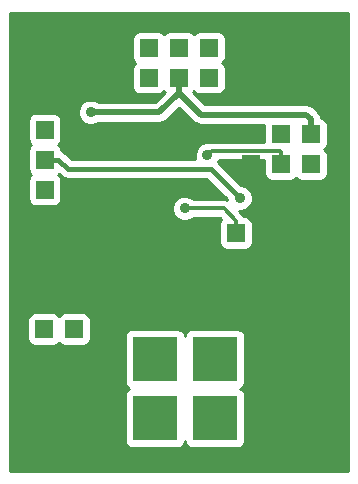
<source format=gbr>
G04 This is an RS-274x file exported by *
G04 gerbv version 2.6.1 *
G04 More information is available about gerbv at *
G04 http://gerbv.geda-project.org/ *
G04 --End of header info--*
%MOIN*%
%FSLAX34Y34*%
%IPPOS*%
G04 --Define apertures--*
%ADD10C,0.0118*%
%ADD11R,0.0600X0.0600*%
%ADD12C,0.2362*%
%ADD13R,0.1500X0.1500*%
%ADD14C,0.0350*%
%ADD15C,0.0197*%
%ADD16C,0.0157*%
%ADD17C,0.0100*%
G04 --Start main section--*
G54D11*
G01X0001500Y0006100D03*
G01X0002500Y0006100D03*
G01X0001500Y0005100D03*
G01X0002500Y0005100D03*
G01X0001500Y0004100D03*
G01X0002500Y0004100D03*
G01X0008900Y0008300D03*
G01X0007900Y0008300D03*
G01X0010400Y0010600D03*
G01X0009400Y0010600D03*
G01X0010400Y0011600D03*
G01X0009400Y0011600D03*
G01X0008000Y0014475D03*
G01X0008000Y0013475D03*
G01X0007000Y0014475D03*
G01X0007000Y0013475D03*
G01X0006000Y0014475D03*
G01X0006000Y0013475D03*
G01X0005000Y0014475D03*
G01X0005000Y0013475D03*
G01X0004000Y0014475D03*
G01X0004000Y0013475D03*
G54D12*
G01X0002000Y0014000D03*
G01X0010000Y0002000D03*
G01X0010000Y0014000D03*
G01X0002000Y0002000D03*
G54D13*
G01X0007200Y0002131D03*
G01X0007200Y0004100D03*
G01X0005200Y0002131D03*
G01X0005200Y0004100D03*
G54D11*
G01X0001525Y0009750D03*
G01X0001525Y0010750D03*
G01X0001525Y0011750D03*
G01X0008400Y0010600D03*
G01X0008400Y0011600D03*
G54D14*
G01X0003054Y0012327D03*
G01X0006200Y0009125D03*
G01X0006950Y0010900D03*
G01X0008032Y0009465D03*
G54D15*
G01X0010400Y0012097D02*
G01X0010400Y0011600D01*
G01X0010400Y0012097D02*
G01X0010247Y0012250D01*
G01X0006728Y0012250D02*
G01X0006460Y0012518D01*
G01X0010247Y0012250D02*
G01X0006728Y0012250D01*
G01X0006000Y0012978D02*
G01X0006460Y0012518D01*
G01X0006000Y0013475D02*
G01X0006000Y0012978D01*
G01X0006000Y0012978D02*
G01X0005349Y0012327D01*
G01X0004944Y0012327D02*
G01X0003054Y0012327D01*
G01X0005349Y0012327D02*
G01X0004944Y0012327D01*
G54D10*
G01X0006200Y0009125D02*
G01X0007493Y0009125D01*
G01X0007493Y0009125D02*
G01X0007900Y0008718D01*
G01X0007900Y0008718D02*
G01X0007900Y0008300D01*
G01X0009400Y0010600D02*
G01X0009400Y0011018D01*
G01X0009400Y0011018D02*
G01X0009380Y0011038D01*
G01X0009380Y0011038D02*
G01X0007088Y0011038D01*
G01X0007088Y0011038D02*
G01X0006950Y0010900D01*
G54D16*
G01X0001525Y0010750D02*
G01X0001982Y0010750D01*
G01X0001982Y0010750D02*
G01X0002290Y0010443D01*
G01X0002290Y0010443D02*
G01X0003345Y0010443D01*
G01X0003345Y0010443D02*
G01X0007055Y0010443D01*
G01X0007055Y0010443D02*
G01X0008032Y0009465D01*
G54D17*
G36*
G01X0011630Y0000370D02*
G01X0010955Y0000370D01*
G01X0010955Y0010300D01*
G01X0010955Y0010900D01*
G01X0010936Y0010995D01*
G01X0010881Y0011079D01*
G01X0010851Y0011100D01*
G01X0010879Y0011119D01*
G01X0010935Y0011202D01*
G01X0010955Y0011300D01*
G01X0010955Y0011900D01*
G01X0010936Y0011995D01*
G01X0010881Y0012079D01*
G01X0010798Y0012135D01*
G01X0010738Y0012147D01*
G01X0010722Y0012230D01*
G01X0010646Y0012343D01*
G01X0010646Y0012343D01*
G01X0010493Y0012496D01*
G01X0010380Y0012572D01*
G01X0010358Y0012576D01*
G01X0010247Y0012598D01*
G01X0010247Y0012598D01*
G01X0006872Y0012598D01*
G01X0006707Y0012764D01*
G01X0006707Y0012764D01*
G01X0006478Y0012993D01*
G01X0006479Y0012994D01*
G01X0006500Y0013024D01*
G01X0006519Y0012996D01*
G01X0006602Y0012940D01*
G01X0006700Y0012920D01*
G01X0007300Y0012920D01*
G01X0007395Y0012939D01*
G01X0007479Y0012994D01*
G01X0007535Y0013077D01*
G01X0007555Y0013175D01*
G01X0007555Y0013775D01*
G01X0007536Y0013870D01*
G01X0007481Y0013954D01*
G01X0007451Y0013975D01*
G01X0007479Y0013994D01*
G01X0007535Y0014077D01*
G01X0007555Y0014175D01*
G01X0007555Y0014775D01*
G01X0007536Y0014870D01*
G01X0007481Y0014954D01*
G01X0007398Y0015010D01*
G01X0007300Y0015030D01*
G01X0006700Y0015030D01*
G01X0006605Y0015011D01*
G01X0006521Y0014956D01*
G01X0006500Y0014926D01*
G01X0006481Y0014954D01*
G01X0006398Y0015010D01*
G01X0006300Y0015030D01*
G01X0005700Y0015030D01*
G01X0005605Y0015011D01*
G01X0005521Y0014956D01*
G01X0005500Y0014926D01*
G01X0005481Y0014954D01*
G01X0005398Y0015010D01*
G01X0005300Y0015030D01*
G01X0004700Y0015030D01*
G01X0004605Y0015011D01*
G01X0004521Y0014956D01*
G01X0004465Y0014873D01*
G01X0004445Y0014775D01*
G01X0004445Y0014175D01*
G01X0004464Y0014080D01*
G01X0004519Y0013996D01*
G01X0004549Y0013975D01*
G01X0004521Y0013956D01*
G01X0004465Y0013873D01*
G01X0004445Y0013775D01*
G01X0004445Y0013175D01*
G01X0004464Y0013080D01*
G01X0004519Y0012996D01*
G01X0004602Y0012940D01*
G01X0004700Y0012920D01*
G01X0005300Y0012920D01*
G01X0005395Y0012939D01*
G01X0005479Y0012994D01*
G01X0005500Y0013024D01*
G01X0005519Y0012996D01*
G01X0005522Y0012993D01*
G01X0005204Y0012675D01*
G01X0004944Y0012675D01*
G01X0003307Y0012675D01*
G01X0003295Y0012687D01*
G01X0003139Y0012752D01*
G01X0002970Y0012752D01*
G01X0002814Y0012687D01*
G01X0002694Y0012568D01*
G01X0002629Y0012412D01*
G01X0002629Y0012243D01*
G01X0002694Y0012086D01*
G01X0002813Y0011967D01*
G01X0002969Y0011902D01*
G01X0003138Y0011902D01*
G01X0003295Y0011966D01*
G01X0003307Y0011978D01*
G01X0004944Y0011978D01*
G01X0005349Y0011978D01*
G01X0005349Y0011978D01*
G01X0005349Y0011978D01*
G01X0005460Y0012000D01*
G01X0005482Y0012005D01*
G01X0005482Y0012005D01*
G01X0005595Y0012080D01*
G01X0006000Y0012485D01*
G01X0006214Y0012271D01*
G01X0006214Y0012271D01*
G01X0006482Y0012004D01*
G01X0006482Y0012004D01*
G01X0006482Y0012004D01*
G01X0006557Y0011953D01*
G01X0006595Y0011928D01*
G01X0006595Y0011928D01*
G01X0006728Y0011902D01*
G01X0006728Y0011902D01*
G01X0006728Y0011902D01*
G01X0008845Y0011902D01*
G01X0008845Y0011900D01*
G01X0008845Y0011347D01*
G01X0007088Y0011347D01*
G01X0006978Y0011325D01*
G01X0006978Y0011325D01*
G01X0006866Y0011325D01*
G01X0006710Y0011261D01*
G01X0006590Y0011141D01*
G01X0006525Y0010985D01*
G01X0006525Y0010816D01*
G01X0006543Y0010771D01*
G01X0003345Y0010771D01*
G01X0002426Y0010771D01*
G01X0002215Y0010982D01*
G01X0002108Y0011054D01*
G01X0002078Y0011060D01*
G01X0002061Y0011145D01*
G01X0002006Y0011229D01*
G01X0001976Y0011250D01*
G01X0002004Y0011269D01*
G01X0002060Y0011352D01*
G01X0002080Y0011450D01*
G01X0002080Y0012050D01*
G01X0002061Y0012145D01*
G01X0002006Y0012229D01*
G01X0001923Y0012285D01*
G01X0001825Y0012305D01*
G01X0001225Y0012305D01*
G01X0001130Y0012286D01*
G01X0001046Y0012231D01*
G01X0000990Y0012148D01*
G01X0000970Y0012050D01*
G01X0000970Y0011450D01*
G01X0000989Y0011355D01*
G01X0001044Y0011271D01*
G01X0001074Y0011250D01*
G01X0001046Y0011231D01*
G01X0000990Y0011148D01*
G01X0000970Y0011050D01*
G01X0000970Y0010450D01*
G01X0000989Y0010355D01*
G01X0001044Y0010271D01*
G01X0001074Y0010250D01*
G01X0001046Y0010231D01*
G01X0000990Y0010148D01*
G01X0000970Y0010050D01*
G01X0000970Y0009450D01*
G01X0000989Y0009355D01*
G01X0001044Y0009271D01*
G01X0001127Y0009215D01*
G01X0001225Y0009195D01*
G01X0001825Y0009195D01*
G01X0001920Y0009214D01*
G01X0002004Y0009269D01*
G01X0002060Y0009352D01*
G01X0002080Y0009450D01*
G01X0002080Y0010050D01*
G01X0002061Y0010145D01*
G01X0002006Y0010229D01*
G01X0001976Y0010250D01*
G01X0002001Y0010267D01*
G01X0002058Y0010210D01*
G01X0002164Y0010139D01*
G01X0002164Y0010139D01*
G01X0002290Y0010114D01*
G01X0003345Y0010114D01*
G01X0006919Y0010114D01*
G01X0007607Y0009425D01*
G01X0007607Y0009411D01*
G01X0007493Y0009434D01*
G01X0006492Y0009434D01*
G01X0006441Y0009485D01*
G01X0006285Y0009550D01*
G01X0006116Y0009550D01*
G01X0005960Y0009486D01*
G01X0005840Y0009366D01*
G01X0005775Y0009210D01*
G01X0005775Y0009041D01*
G01X0005839Y0008885D01*
G01X0005959Y0008765D01*
G01X0006115Y0008700D01*
G01X0006284Y0008700D01*
G01X0006440Y0008764D01*
G01X0006492Y0008816D01*
G01X0007365Y0008816D01*
G01X0007412Y0008769D01*
G01X0007365Y0008698D01*
G01X0007345Y0008600D01*
G01X0007345Y0008000D01*
G01X0007364Y0007905D01*
G01X0007419Y0007821D01*
G01X0007502Y0007765D01*
G01X0007600Y0007745D01*
G01X0008200Y0007745D01*
G01X0008295Y0007764D01*
G01X0008379Y0007819D01*
G01X0008435Y0007902D01*
G01X0008455Y0008000D01*
G01X0008455Y0008600D01*
G01X0008436Y0008695D01*
G01X0008381Y0008779D01*
G01X0008298Y0008835D01*
G01X0008200Y0008855D01*
G01X0008173Y0008855D01*
G01X0008119Y0008937D01*
G01X0008015Y0009040D01*
G01X0008117Y0009040D01*
G01X0008273Y0009105D01*
G01X0008392Y0009224D01*
G01X0008457Y0009380D01*
G01X0008457Y0009549D01*
G01X0008393Y0009706D01*
G01X0008273Y0009825D01*
G01X0008117Y0009890D01*
G01X0008072Y0009890D01*
G01X0007307Y0010656D01*
G01X0007310Y0010659D01*
G01X0007339Y0010729D01*
G01X0008845Y0010729D01*
G01X0008845Y0010300D01*
G01X0008864Y0010205D01*
G01X0008919Y0010121D01*
G01X0009002Y0010065D01*
G01X0009100Y0010045D01*
G01X0009700Y0010045D01*
G01X0009795Y0010064D01*
G01X0009879Y0010119D01*
G01X0009900Y0010149D01*
G01X0009919Y0010121D01*
G01X0010002Y0010065D01*
G01X0010100Y0010045D01*
G01X0010700Y0010045D01*
G01X0010795Y0010064D01*
G01X0010879Y0010119D01*
G01X0010935Y0010202D01*
G01X0010955Y0010300D01*
G01X0010955Y0000370D01*
G01X0008205Y0000370D01*
G01X0008205Y0001381D01*
G01X0008205Y0002881D01*
G01X0008186Y0002977D01*
G01X0008131Y0003061D01*
G01X0008049Y0003116D01*
G01X0008129Y0003169D01*
G01X0008185Y0003252D01*
G01X0008205Y0003350D01*
G01X0008205Y0004850D01*
G01X0008186Y0004945D01*
G01X0008131Y0005029D01*
G01X0008048Y0005085D01*
G01X0007950Y0005105D01*
G01X0006450Y0005105D01*
G01X0006355Y0005086D01*
G01X0006271Y0005031D01*
G01X0006215Y0004948D01*
G01X0006200Y0004875D01*
G01X0006186Y0004945D01*
G01X0006131Y0005029D01*
G01X0006048Y0005085D01*
G01X0005950Y0005105D01*
G01X0004450Y0005105D01*
G01X0004355Y0005086D01*
G01X0004271Y0005031D01*
G01X0004215Y0004948D01*
G01X0004195Y0004850D01*
G01X0004195Y0003350D01*
G01X0004214Y0003255D01*
G01X0004269Y0003171D01*
G01X0004351Y0003115D01*
G01X0004271Y0003063D01*
G01X0004215Y0002980D01*
G01X0004195Y0002881D01*
G01X0004195Y0001381D01*
G01X0004214Y0001286D01*
G01X0004269Y0001202D01*
G01X0004352Y0001146D01*
G01X0004450Y0001127D01*
G01X0005950Y0001127D01*
G01X0006045Y0001145D01*
G01X0006129Y0001200D01*
G01X0006185Y0001283D01*
G01X0006200Y0001357D01*
G01X0006214Y0001286D01*
G01X0006269Y0001202D01*
G01X0006352Y0001146D01*
G01X0006450Y0001127D01*
G01X0007950Y0001127D01*
G01X0008045Y0001145D01*
G01X0008129Y0001200D01*
G01X0008185Y0001283D01*
G01X0008205Y0001381D01*
G01X0008205Y0000370D01*
G01X0003055Y0000370D01*
G01X0003055Y0004800D01*
G01X0003055Y0005400D01*
G01X0003036Y0005495D01*
G01X0002981Y0005579D01*
G01X0002898Y0005635D01*
G01X0002800Y0005655D01*
G01X0002200Y0005655D01*
G01X0002105Y0005636D01*
G01X0002021Y0005581D01*
G01X0002000Y0005551D01*
G01X0001981Y0005579D01*
G01X0001898Y0005635D01*
G01X0001800Y0005655D01*
G01X0001200Y0005655D01*
G01X0001105Y0005636D01*
G01X0001021Y0005581D01*
G01X0000965Y0005498D01*
G01X0000945Y0005400D01*
G01X0000945Y0004800D01*
G01X0000964Y0004705D01*
G01X0001019Y0004621D01*
G01X0001102Y0004565D01*
G01X0001200Y0004545D01*
G01X0001800Y0004545D01*
G01X0001895Y0004564D01*
G01X0001979Y0004619D01*
G01X0002000Y0004649D01*
G01X0002019Y0004621D01*
G01X0002102Y0004565D01*
G01X0002200Y0004545D01*
G01X0002800Y0004545D01*
G01X0002895Y0004564D01*
G01X0002979Y0004619D01*
G01X0003035Y0004702D01*
G01X0003055Y0004800D01*
G01X0003055Y0000370D01*
G01X0000370Y0000370D01*
G01X0000370Y0015630D01*
G01X0011630Y0015630D01*
G01X0011630Y0000370D01*
G01X0011630Y0000370D01*
G37*
G01X0011630Y0000370D02*
G01X0010955Y0000370D01*
G01X0010955Y0000370D02*
G01X0010955Y0010300D01*
G01X0010955Y0010300D02*
G01X0010955Y0010900D01*
G01X0010955Y0010900D02*
G01X0010936Y0010995D01*
G01X0010936Y0010995D02*
G01X0010881Y0011079D01*
G01X0010881Y0011079D02*
G01X0010851Y0011100D01*
G01X0010851Y0011100D02*
G01X0010879Y0011119D01*
G01X0010879Y0011119D02*
G01X0010935Y0011202D01*
G01X0010935Y0011202D02*
G01X0010955Y0011300D01*
G01X0010955Y0011300D02*
G01X0010955Y0011900D01*
G01X0010955Y0011900D02*
G01X0010936Y0011995D01*
G01X0010936Y0011995D02*
G01X0010881Y0012079D01*
G01X0010881Y0012079D02*
G01X0010798Y0012135D01*
G01X0010798Y0012135D02*
G01X0010738Y0012147D01*
G01X0010738Y0012147D02*
G01X0010722Y0012230D01*
G01X0010722Y0012230D02*
G01X0010646Y0012343D01*
G01X0010646Y0012343D02*
G01X0010646Y0012343D01*
G01X0010646Y0012343D02*
G01X0010493Y0012496D01*
G01X0010493Y0012496D02*
G01X0010380Y0012572D01*
G01X0010380Y0012572D02*
G01X0010358Y0012576D01*
G01X0010358Y0012576D02*
G01X0010247Y0012598D01*
G01X0010247Y0012598D02*
G01X0010247Y0012598D01*
G01X0010247Y0012598D02*
G01X0006872Y0012598D01*
G01X0006872Y0012598D02*
G01X0006707Y0012764D01*
G01X0006707Y0012764D02*
G01X0006707Y0012764D01*
G01X0006707Y0012764D02*
G01X0006478Y0012993D01*
G01X0006478Y0012993D02*
G01X0006479Y0012994D01*
G01X0006479Y0012994D02*
G01X0006500Y0013024D01*
G01X0006500Y0013024D02*
G01X0006519Y0012996D01*
G01X0006519Y0012996D02*
G01X0006602Y0012940D01*
G01X0006602Y0012940D02*
G01X0006700Y0012920D01*
G01X0006700Y0012920D02*
G01X0007300Y0012920D01*
G01X0007300Y0012920D02*
G01X0007395Y0012939D01*
G01X0007395Y0012939D02*
G01X0007479Y0012994D01*
G01X0007479Y0012994D02*
G01X0007535Y0013077D01*
G01X0007535Y0013077D02*
G01X0007555Y0013175D01*
G01X0007555Y0013175D02*
G01X0007555Y0013775D01*
G01X0007555Y0013775D02*
G01X0007536Y0013870D01*
G01X0007536Y0013870D02*
G01X0007481Y0013954D01*
G01X0007481Y0013954D02*
G01X0007451Y0013975D01*
G01X0007451Y0013975D02*
G01X0007479Y0013994D01*
G01X0007479Y0013994D02*
G01X0007535Y0014077D01*
G01X0007535Y0014077D02*
G01X0007555Y0014175D01*
G01X0007555Y0014175D02*
G01X0007555Y0014775D01*
G01X0007555Y0014775D02*
G01X0007536Y0014870D01*
G01X0007536Y0014870D02*
G01X0007481Y0014954D01*
G01X0007481Y0014954D02*
G01X0007398Y0015010D01*
G01X0007398Y0015010D02*
G01X0007300Y0015030D01*
G01X0007300Y0015030D02*
G01X0006700Y0015030D01*
G01X0006700Y0015030D02*
G01X0006605Y0015011D01*
G01X0006605Y0015011D02*
G01X0006521Y0014956D01*
G01X0006521Y0014956D02*
G01X0006500Y0014926D01*
G01X0006500Y0014926D02*
G01X0006481Y0014954D01*
G01X0006481Y0014954D02*
G01X0006398Y0015010D01*
G01X0006398Y0015010D02*
G01X0006300Y0015030D01*
G01X0006300Y0015030D02*
G01X0005700Y0015030D01*
G01X0005700Y0015030D02*
G01X0005605Y0015011D01*
G01X0005605Y0015011D02*
G01X0005521Y0014956D01*
G01X0005521Y0014956D02*
G01X0005500Y0014926D01*
G01X0005500Y0014926D02*
G01X0005481Y0014954D01*
G01X0005481Y0014954D02*
G01X0005398Y0015010D01*
G01X0005398Y0015010D02*
G01X0005300Y0015030D01*
G01X0005300Y0015030D02*
G01X0004700Y0015030D01*
G01X0004700Y0015030D02*
G01X0004605Y0015011D01*
G01X0004605Y0015011D02*
G01X0004521Y0014956D01*
G01X0004521Y0014956D02*
G01X0004465Y0014873D01*
G01X0004465Y0014873D02*
G01X0004445Y0014775D01*
G01X0004445Y0014775D02*
G01X0004445Y0014175D01*
G01X0004445Y0014175D02*
G01X0004464Y0014080D01*
G01X0004464Y0014080D02*
G01X0004519Y0013996D01*
G01X0004519Y0013996D02*
G01X0004549Y0013975D01*
G01X0004549Y0013975D02*
G01X0004521Y0013956D01*
G01X0004521Y0013956D02*
G01X0004465Y0013873D01*
G01X0004465Y0013873D02*
G01X0004445Y0013775D01*
G01X0004445Y0013775D02*
G01X0004445Y0013175D01*
G01X0004445Y0013175D02*
G01X0004464Y0013080D01*
G01X0004464Y0013080D02*
G01X0004519Y0012996D01*
G01X0004519Y0012996D02*
G01X0004602Y0012940D01*
G01X0004602Y0012940D02*
G01X0004700Y0012920D01*
G01X0004700Y0012920D02*
G01X0005300Y0012920D01*
G01X0005300Y0012920D02*
G01X0005395Y0012939D01*
G01X0005395Y0012939D02*
G01X0005479Y0012994D01*
G01X0005479Y0012994D02*
G01X0005500Y0013024D01*
G01X0005500Y0013024D02*
G01X0005519Y0012996D01*
G01X0005519Y0012996D02*
G01X0005522Y0012993D01*
G01X0005522Y0012993D02*
G01X0005204Y0012675D01*
G01X0005204Y0012675D02*
G01X0004944Y0012675D01*
G01X0004944Y0012675D02*
G01X0003307Y0012675D01*
G01X0003307Y0012675D02*
G01X0003295Y0012687D01*
G01X0003295Y0012687D02*
G01X0003139Y0012752D01*
G01X0003139Y0012752D02*
G01X0002970Y0012752D01*
G01X0002970Y0012752D02*
G01X0002814Y0012687D01*
G01X0002814Y0012687D02*
G01X0002694Y0012568D01*
G01X0002694Y0012568D02*
G01X0002629Y0012412D01*
G01X0002629Y0012412D02*
G01X0002629Y0012243D01*
G01X0002629Y0012243D02*
G01X0002694Y0012086D01*
G01X0002694Y0012086D02*
G01X0002813Y0011967D01*
G01X0002813Y0011967D02*
G01X0002969Y0011902D01*
G01X0002969Y0011902D02*
G01X0003138Y0011902D01*
G01X0003138Y0011902D02*
G01X0003295Y0011966D01*
G01X0003295Y0011966D02*
G01X0003307Y0011978D01*
G01X0003307Y0011978D02*
G01X0004944Y0011978D01*
G01X0004944Y0011978D02*
G01X0005349Y0011978D01*
G01X0005349Y0011978D02*
G01X0005349Y0011978D01*
G01X0005349Y0011978D02*
G01X0005349Y0011978D01*
G01X0005349Y0011978D02*
G01X0005460Y0012000D01*
G01X0005460Y0012000D02*
G01X0005482Y0012005D01*
G01X0005482Y0012005D02*
G01X0005482Y0012005D01*
G01X0005482Y0012005D02*
G01X0005595Y0012080D01*
G01X0005595Y0012080D02*
G01X0006000Y0012485D01*
G01X0006000Y0012485D02*
G01X0006214Y0012271D01*
G01X0006214Y0012271D02*
G01X0006214Y0012271D01*
G01X0006214Y0012271D02*
G01X0006482Y0012004D01*
G01X0006482Y0012004D02*
G01X0006482Y0012004D01*
G01X0006482Y0012004D02*
G01X0006482Y0012004D01*
G01X0006482Y0012004D02*
G01X0006557Y0011953D01*
G01X0006557Y0011953D02*
G01X0006595Y0011928D01*
G01X0006595Y0011928D02*
G01X0006595Y0011928D01*
G01X0006595Y0011928D02*
G01X0006728Y0011902D01*
G01X0006728Y0011902D02*
G01X0006728Y0011902D01*
G01X0006728Y0011902D02*
G01X0006728Y0011902D01*
G01X0006728Y0011902D02*
G01X0008845Y0011902D01*
G01X0008845Y0011902D02*
G01X0008845Y0011900D01*
G01X0008845Y0011900D02*
G01X0008845Y0011347D01*
G01X0008845Y0011347D02*
G01X0007088Y0011347D01*
G01X0007088Y0011347D02*
G01X0006978Y0011325D01*
G01X0006978Y0011325D02*
G01X0006978Y0011325D01*
G01X0006978Y0011325D02*
G01X0006866Y0011325D01*
G01X0006866Y0011325D02*
G01X0006710Y0011261D01*
G01X0006710Y0011261D02*
G01X0006590Y0011141D01*
G01X0006590Y0011141D02*
G01X0006525Y0010985D01*
G01X0006525Y0010985D02*
G01X0006525Y0010816D01*
G01X0006525Y0010816D02*
G01X0006543Y0010771D01*
G01X0006543Y0010771D02*
G01X0003345Y0010771D01*
G01X0003345Y0010771D02*
G01X0002426Y0010771D01*
G01X0002426Y0010771D02*
G01X0002215Y0010982D01*
G01X0002215Y0010982D02*
G01X0002108Y0011054D01*
G01X0002108Y0011054D02*
G01X0002078Y0011060D01*
G01X0002078Y0011060D02*
G01X0002061Y0011145D01*
G01X0002061Y0011145D02*
G01X0002006Y0011229D01*
G01X0002006Y0011229D02*
G01X0001976Y0011250D01*
G01X0001976Y0011250D02*
G01X0002004Y0011269D01*
G01X0002004Y0011269D02*
G01X0002060Y0011352D01*
G01X0002060Y0011352D02*
G01X0002080Y0011450D01*
G01X0002080Y0011450D02*
G01X0002080Y0012050D01*
G01X0002080Y0012050D02*
G01X0002061Y0012145D01*
G01X0002061Y0012145D02*
G01X0002006Y0012229D01*
G01X0002006Y0012229D02*
G01X0001923Y0012285D01*
G01X0001923Y0012285D02*
G01X0001825Y0012305D01*
G01X0001825Y0012305D02*
G01X0001225Y0012305D01*
G01X0001225Y0012305D02*
G01X0001130Y0012286D01*
G01X0001130Y0012286D02*
G01X0001046Y0012231D01*
G01X0001046Y0012231D02*
G01X0000990Y0012148D01*
G01X0000990Y0012148D02*
G01X0000970Y0012050D01*
G01X0000970Y0012050D02*
G01X0000970Y0011450D01*
G01X0000970Y0011450D02*
G01X0000989Y0011355D01*
G01X0000989Y0011355D02*
G01X0001044Y0011271D01*
G01X0001044Y0011271D02*
G01X0001074Y0011250D01*
G01X0001074Y0011250D02*
G01X0001046Y0011231D01*
G01X0001046Y0011231D02*
G01X0000990Y0011148D01*
G01X0000990Y0011148D02*
G01X0000970Y0011050D01*
G01X0000970Y0011050D02*
G01X0000970Y0010450D01*
G01X0000970Y0010450D02*
G01X0000989Y0010355D01*
G01X0000989Y0010355D02*
G01X0001044Y0010271D01*
G01X0001044Y0010271D02*
G01X0001074Y0010250D01*
G01X0001074Y0010250D02*
G01X0001046Y0010231D01*
G01X0001046Y0010231D02*
G01X0000990Y0010148D01*
G01X0000990Y0010148D02*
G01X0000970Y0010050D01*
G01X0000970Y0010050D02*
G01X0000970Y0009450D01*
G01X0000970Y0009450D02*
G01X0000989Y0009355D01*
G01X0000989Y0009355D02*
G01X0001044Y0009271D01*
G01X0001044Y0009271D02*
G01X0001127Y0009215D01*
G01X0001127Y0009215D02*
G01X0001225Y0009195D01*
G01X0001225Y0009195D02*
G01X0001825Y0009195D01*
G01X0001825Y0009195D02*
G01X0001920Y0009214D01*
G01X0001920Y0009214D02*
G01X0002004Y0009269D01*
G01X0002004Y0009269D02*
G01X0002060Y0009352D01*
G01X0002060Y0009352D02*
G01X0002080Y0009450D01*
G01X0002080Y0009450D02*
G01X0002080Y0010050D01*
G01X0002080Y0010050D02*
G01X0002061Y0010145D01*
G01X0002061Y0010145D02*
G01X0002006Y0010229D01*
G01X0002006Y0010229D02*
G01X0001976Y0010250D01*
G01X0001976Y0010250D02*
G01X0002001Y0010267D01*
G01X0002001Y0010267D02*
G01X0002058Y0010210D01*
G01X0002058Y0010210D02*
G01X0002164Y0010139D01*
G01X0002164Y0010139D02*
G01X0002164Y0010139D01*
G01X0002164Y0010139D02*
G01X0002290Y0010114D01*
G01X0002290Y0010114D02*
G01X0003345Y0010114D01*
G01X0003345Y0010114D02*
G01X0006919Y0010114D01*
G01X0006919Y0010114D02*
G01X0007607Y0009425D01*
G01X0007607Y0009425D02*
G01X0007607Y0009411D01*
G01X0007607Y0009411D02*
G01X0007493Y0009434D01*
G01X0007493Y0009434D02*
G01X0006492Y0009434D01*
G01X0006492Y0009434D02*
G01X0006441Y0009485D01*
G01X0006441Y0009485D02*
G01X0006285Y0009550D01*
G01X0006285Y0009550D02*
G01X0006116Y0009550D01*
G01X0006116Y0009550D02*
G01X0005960Y0009486D01*
G01X0005960Y0009486D02*
G01X0005840Y0009366D01*
G01X0005840Y0009366D02*
G01X0005775Y0009210D01*
G01X0005775Y0009210D02*
G01X0005775Y0009041D01*
G01X0005775Y0009041D02*
G01X0005839Y0008885D01*
G01X0005839Y0008885D02*
G01X0005959Y0008765D01*
G01X0005959Y0008765D02*
G01X0006115Y0008700D01*
G01X0006115Y0008700D02*
G01X0006284Y0008700D01*
G01X0006284Y0008700D02*
G01X0006440Y0008764D01*
G01X0006440Y0008764D02*
G01X0006492Y0008816D01*
G01X0006492Y0008816D02*
G01X0007365Y0008816D01*
G01X0007365Y0008816D02*
G01X0007412Y0008769D01*
G01X0007412Y0008769D02*
G01X0007365Y0008698D01*
G01X0007365Y0008698D02*
G01X0007345Y0008600D01*
G01X0007345Y0008600D02*
G01X0007345Y0008000D01*
G01X0007345Y0008000D02*
G01X0007364Y0007905D01*
G01X0007364Y0007905D02*
G01X0007419Y0007821D01*
G01X0007419Y0007821D02*
G01X0007502Y0007765D01*
G01X0007502Y0007765D02*
G01X0007600Y0007745D01*
G01X0007600Y0007745D02*
G01X0008200Y0007745D01*
G01X0008200Y0007745D02*
G01X0008295Y0007764D01*
G01X0008295Y0007764D02*
G01X0008379Y0007819D01*
G01X0008379Y0007819D02*
G01X0008435Y0007902D01*
G01X0008435Y0007902D02*
G01X0008455Y0008000D01*
G01X0008455Y0008000D02*
G01X0008455Y0008600D01*
G01X0008455Y0008600D02*
G01X0008436Y0008695D01*
G01X0008436Y0008695D02*
G01X0008381Y0008779D01*
G01X0008381Y0008779D02*
G01X0008298Y0008835D01*
G01X0008298Y0008835D02*
G01X0008200Y0008855D01*
G01X0008200Y0008855D02*
G01X0008173Y0008855D01*
G01X0008173Y0008855D02*
G01X0008119Y0008937D01*
G01X0008119Y0008937D02*
G01X0008015Y0009040D01*
G01X0008015Y0009040D02*
G01X0008117Y0009040D01*
G01X0008117Y0009040D02*
G01X0008273Y0009105D01*
G01X0008273Y0009105D02*
G01X0008392Y0009224D01*
G01X0008392Y0009224D02*
G01X0008457Y0009380D01*
G01X0008457Y0009380D02*
G01X0008457Y0009549D01*
G01X0008457Y0009549D02*
G01X0008393Y0009706D01*
G01X0008393Y0009706D02*
G01X0008273Y0009825D01*
G01X0008273Y0009825D02*
G01X0008117Y0009890D01*
G01X0008117Y0009890D02*
G01X0008072Y0009890D01*
G01X0008072Y0009890D02*
G01X0007307Y0010656D01*
G01X0007307Y0010656D02*
G01X0007310Y0010659D01*
G01X0007310Y0010659D02*
G01X0007339Y0010729D01*
G01X0007339Y0010729D02*
G01X0008845Y0010729D01*
G01X0008845Y0010729D02*
G01X0008845Y0010300D01*
G01X0008845Y0010300D02*
G01X0008864Y0010205D01*
G01X0008864Y0010205D02*
G01X0008919Y0010121D01*
G01X0008919Y0010121D02*
G01X0009002Y0010065D01*
G01X0009002Y0010065D02*
G01X0009100Y0010045D01*
G01X0009100Y0010045D02*
G01X0009700Y0010045D01*
G01X0009700Y0010045D02*
G01X0009795Y0010064D01*
G01X0009795Y0010064D02*
G01X0009879Y0010119D01*
G01X0009879Y0010119D02*
G01X0009900Y0010149D01*
G01X0009900Y0010149D02*
G01X0009919Y0010121D01*
G01X0009919Y0010121D02*
G01X0010002Y0010065D01*
G01X0010002Y0010065D02*
G01X0010100Y0010045D01*
G01X0010100Y0010045D02*
G01X0010700Y0010045D01*
G01X0010700Y0010045D02*
G01X0010795Y0010064D01*
G01X0010795Y0010064D02*
G01X0010879Y0010119D01*
G01X0010879Y0010119D02*
G01X0010935Y0010202D01*
G01X0010935Y0010202D02*
G01X0010955Y0010300D01*
G01X0010955Y0010300D02*
G01X0010955Y0000370D01*
G01X0010955Y0000370D02*
G01X0008205Y0000370D01*
G01X0008205Y0000370D02*
G01X0008205Y0001381D01*
G01X0008205Y0001381D02*
G01X0008205Y0002881D01*
G01X0008205Y0002881D02*
G01X0008186Y0002977D01*
G01X0008186Y0002977D02*
G01X0008131Y0003061D01*
G01X0008131Y0003061D02*
G01X0008049Y0003116D01*
G01X0008049Y0003116D02*
G01X0008129Y0003169D01*
G01X0008129Y0003169D02*
G01X0008185Y0003252D01*
G01X0008185Y0003252D02*
G01X0008205Y0003350D01*
G01X0008205Y0003350D02*
G01X0008205Y0004850D01*
G01X0008205Y0004850D02*
G01X0008186Y0004945D01*
G01X0008186Y0004945D02*
G01X0008131Y0005029D01*
G01X0008131Y0005029D02*
G01X0008048Y0005085D01*
G01X0008048Y0005085D02*
G01X0007950Y0005105D01*
G01X0007950Y0005105D02*
G01X0006450Y0005105D01*
G01X0006450Y0005105D02*
G01X0006355Y0005086D01*
G01X0006355Y0005086D02*
G01X0006271Y0005031D01*
G01X0006271Y0005031D02*
G01X0006215Y0004948D01*
G01X0006215Y0004948D02*
G01X0006200Y0004875D01*
G01X0006200Y0004875D02*
G01X0006186Y0004945D01*
G01X0006186Y0004945D02*
G01X0006131Y0005029D01*
G01X0006131Y0005029D02*
G01X0006048Y0005085D01*
G01X0006048Y0005085D02*
G01X0005950Y0005105D01*
G01X0005950Y0005105D02*
G01X0004450Y0005105D01*
G01X0004450Y0005105D02*
G01X0004355Y0005086D01*
G01X0004355Y0005086D02*
G01X0004271Y0005031D01*
G01X0004271Y0005031D02*
G01X0004215Y0004948D01*
G01X0004215Y0004948D02*
G01X0004195Y0004850D01*
G01X0004195Y0004850D02*
G01X0004195Y0003350D01*
G01X0004195Y0003350D02*
G01X0004214Y0003255D01*
G01X0004214Y0003255D02*
G01X0004269Y0003171D01*
G01X0004269Y0003171D02*
G01X0004351Y0003115D01*
G01X0004351Y0003115D02*
G01X0004271Y0003063D01*
G01X0004271Y0003063D02*
G01X0004215Y0002980D01*
G01X0004215Y0002980D02*
G01X0004195Y0002881D01*
G01X0004195Y0002881D02*
G01X0004195Y0001381D01*
G01X0004195Y0001381D02*
G01X0004214Y0001286D01*
G01X0004214Y0001286D02*
G01X0004269Y0001202D01*
G01X0004269Y0001202D02*
G01X0004352Y0001146D01*
G01X0004352Y0001146D02*
G01X0004450Y0001127D01*
G01X0004450Y0001127D02*
G01X0005950Y0001127D01*
G01X0005950Y0001127D02*
G01X0006045Y0001145D01*
G01X0006045Y0001145D02*
G01X0006129Y0001200D01*
G01X0006129Y0001200D02*
G01X0006185Y0001283D01*
G01X0006185Y0001283D02*
G01X0006200Y0001357D01*
G01X0006200Y0001357D02*
G01X0006214Y0001286D01*
G01X0006214Y0001286D02*
G01X0006269Y0001202D01*
G01X0006269Y0001202D02*
G01X0006352Y0001146D01*
G01X0006352Y0001146D02*
G01X0006450Y0001127D01*
G01X0006450Y0001127D02*
G01X0007950Y0001127D01*
G01X0007950Y0001127D02*
G01X0008045Y0001145D01*
G01X0008045Y0001145D02*
G01X0008129Y0001200D01*
G01X0008129Y0001200D02*
G01X0008185Y0001283D01*
G01X0008185Y0001283D02*
G01X0008205Y0001381D01*
G01X0008205Y0001381D02*
G01X0008205Y0000370D01*
G01X0008205Y0000370D02*
G01X0003055Y0000370D01*
G01X0003055Y0000370D02*
G01X0003055Y0004800D01*
G01X0003055Y0004800D02*
G01X0003055Y0005400D01*
G01X0003055Y0005400D02*
G01X0003036Y0005495D01*
G01X0003036Y0005495D02*
G01X0002981Y0005579D01*
G01X0002981Y0005579D02*
G01X0002898Y0005635D01*
G01X0002898Y0005635D02*
G01X0002800Y0005655D01*
G01X0002800Y0005655D02*
G01X0002200Y0005655D01*
G01X0002200Y0005655D02*
G01X0002105Y0005636D01*
G01X0002105Y0005636D02*
G01X0002021Y0005581D01*
G01X0002021Y0005581D02*
G01X0002000Y0005551D01*
G01X0002000Y0005551D02*
G01X0001981Y0005579D01*
G01X0001981Y0005579D02*
G01X0001898Y0005635D01*
G01X0001898Y0005635D02*
G01X0001800Y0005655D01*
G01X0001800Y0005655D02*
G01X0001200Y0005655D01*
G01X0001200Y0005655D02*
G01X0001105Y0005636D01*
G01X0001105Y0005636D02*
G01X0001021Y0005581D01*
G01X0001021Y0005581D02*
G01X0000965Y0005498D01*
G01X0000965Y0005498D02*
G01X0000945Y0005400D01*
G01X0000945Y0005400D02*
G01X0000945Y0004800D01*
G01X0000945Y0004800D02*
G01X0000964Y0004705D01*
G01X0000964Y0004705D02*
G01X0001019Y0004621D01*
G01X0001019Y0004621D02*
G01X0001102Y0004565D01*
G01X0001102Y0004565D02*
G01X0001200Y0004545D01*
G01X0001200Y0004545D02*
G01X0001800Y0004545D01*
G01X0001800Y0004545D02*
G01X0001895Y0004564D01*
G01X0001895Y0004564D02*
G01X0001979Y0004619D01*
G01X0001979Y0004619D02*
G01X0002000Y0004649D01*
G01X0002000Y0004649D02*
G01X0002019Y0004621D01*
G01X0002019Y0004621D02*
G01X0002102Y0004565D01*
G01X0002102Y0004565D02*
G01X0002200Y0004545D01*
G01X0002200Y0004545D02*
G01X0002800Y0004545D01*
G01X0002800Y0004545D02*
G01X0002895Y0004564D01*
G01X0002895Y0004564D02*
G01X0002979Y0004619D01*
G01X0002979Y0004619D02*
G01X0003035Y0004702D01*
G01X0003035Y0004702D02*
G01X0003055Y0004800D01*
G01X0003055Y0004800D02*
G01X0003055Y0000370D01*
G01X0003055Y0000370D02*
G01X0000370Y0000370D01*
G01X0000370Y0000370D02*
G01X0000370Y0015630D01*
G01X0000370Y0015630D02*
G01X0011630Y0015630D01*
G01X0011630Y0015630D02*
G01X0011630Y0000370D01*
M02*

</source>
